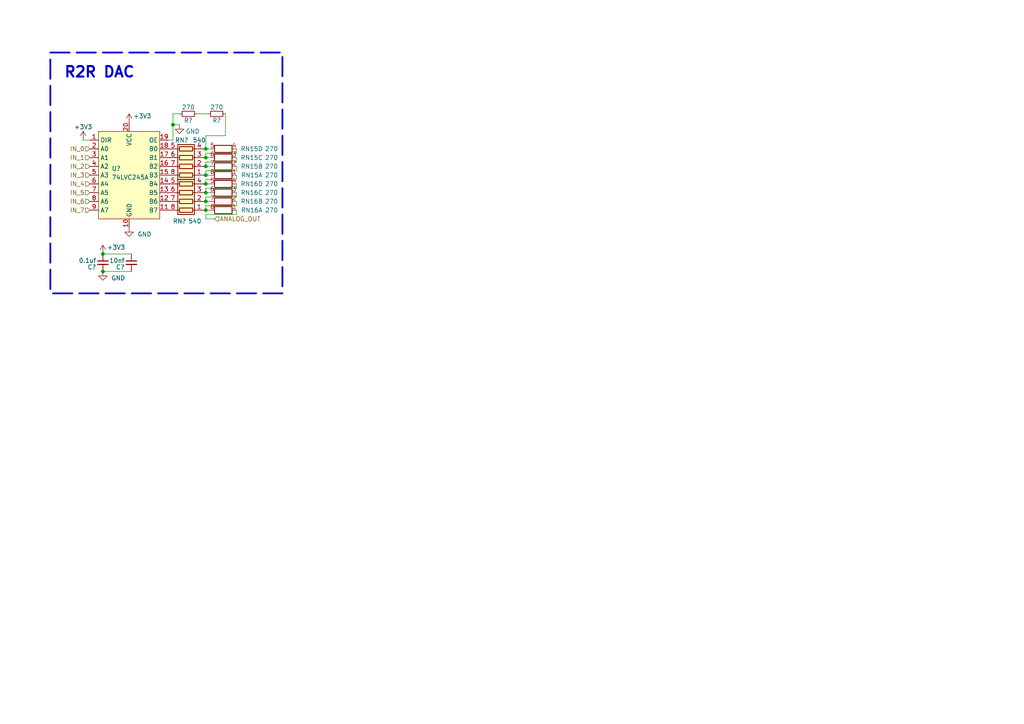
<source format=kicad_sch>
(kicad_sch (version 20250114) (generator "eeschema") (generator_version "9.0")
  (paper "A4")
  (lib_symbols
    (symbol "Device:C_Small" (pin_numbers (hide yes)) (pin_names (offset 0.254) (hide yes))
      (property "Reference" "C" (at 0.254 1.778 0))
      (property "Value" "C_Small" (at 0.254 -2.032 0))
      (symbol "C_Small_0_1"
        (polyline (pts (xy -1.524 0.508) (xy 1.524 0.508)) (stroke (width 0.3048)))
        (polyline (pts (xy -1.524 -0.508) (xy 1.524 -0.508)) (stroke (width 0.3302)))
      )
      (symbol "C_Small_1_1"
        (pin passive line (at 0 2.54 270) (length 2.032) (name "~") (number "1"))
        (pin passive line (at 0 -2.54 90) (length 2.032) (name "~") (number "2"))
      )
    )
    (symbol "Device:R_Pack04" (pin_names (offset 0) (hide yes))
      (property "Reference" "RN" (at -7.62 0 90))
      (property "Value" "R_Pack04" (at 5.08 0 90))
      (symbol "R_Pack04_0_1"
        (rectangle (start -6.35 -2.413) (end 3.81 2.413) (stroke (width 0.254)) (fill (type background)))
        (rectangle (start -5.715 1.905) (end -4.445 -1.905) (stroke (width 0.254)))
        (polyline (pts (xy -5.08 1.905) (xy -5.08 2.54)))
        (polyline (pts (xy -5.08 -2.54) (xy -5.08 -1.905)))
        (rectangle (start -3.175 1.905) (end -1.905 -1.905) (stroke (width 0.254)))
        (polyline (pts (xy -2.54 1.905) (xy -2.54 2.54)))
        (polyline (pts (xy -2.54 -2.54) (xy -2.54 -1.905)))
        (rectangle (start -0.635 1.905) (end 0.635 -1.905) (stroke (width 0.254)))
        (polyline (pts (xy 0 1.905) (xy 0 2.54)))
        (polyline (pts (xy 0 -2.54) (xy 0 -1.905)))
        (rectangle (start 1.905 1.905) (end 3.175 -1.905) (stroke (width 0.254)))
        (polyline (pts (xy 2.54 1.905) (xy 2.54 2.54)))
        (polyline (pts (xy 2.54 -2.54) (xy 2.54 -1.905)))
      )
      (symbol "R_Pack04_1_1"
        (pin passive line (at -5.08 5.08 270) (length 2.54) (name "R1.2") (number "8"))
        (pin passive line (at -5.08 -5.08 90) (length 2.54) (name "R1.1") (number "1"))
        (pin passive line (at -2.54 5.08 270) (length 2.54) (name "R2.2") (number "7"))
        (pin passive line (at -2.54 -5.08 90) (length 2.54) (name "R2.1") (number "2"))
        (pin passive line (at 0 5.08 270) (length 2.54) (name "R3.2") (number "6"))
        (pin passive line (at 0 -5.08 90) (length 2.54) (name "R3.1") (number "3"))
        (pin passive line (at 2.54 5.08 270) (length 2.54) (name "R4.2") (number "5"))
        (pin passive line (at 2.54 -5.08 90) (length 2.54) (name "R4.1") (number "4"))
      )
    )
    (symbol "Device:R_Pack04_Split" (pin_names (offset 0) (hide yes))
      (property "Reference" "RN" (at 2.032 0 90))
      (property "Value" "R_Pack04_Split" (at 0 0 90))
      (symbol "R_Pack04_Split_0_1"
        (rectangle (start 1.016 2.54) (end -1.016 -2.54) (stroke (width 0.254)))
      )
      (symbol "R_Pack04_Split_1_1"
        (pin passive line (at 0 3.81 270) (length 1.27) (name "R1.2") (number "8"))
        (pin passive line (at 0 -3.81 90) (length 1.27) (name "R1.1") (number "1"))
      )
      (symbol "R_Pack04_Split_2_1"
        (pin passive line (at 0 3.81 270) (length 1.27) (name "R2.2") (number "7"))
        (pin passive line (at 0 -3.81 90) (length 1.27) (name "R2.1") (number "2"))
      )
      (symbol "R_Pack04_Split_3_1"
        (pin passive line (at 0 3.81 270) (length 1.27) (name "R3.2") (number "6"))
        (pin passive line (at 0 -3.81 90) (length 1.27) (name "R3.1") (number "3"))
      )
      (symbol "R_Pack04_Split_4_1"
        (pin passive line (at 0 3.81 270) (length 1.27) (name "R4.2") (number "5"))
        (pin passive line (at 0 -3.81 90) (length 1.27) (name "R4.1") (number "4"))
      )
    )
    (symbol "Device:R_Small" (pin_numbers (hide yes)) (pin_names (offset 0.254) (hide yes))
      (property "Reference" "R" (at 0.762 0.508 0))
      (property "Value" "R_Small" (at 0.762 -1.016 0))
      (symbol "R_Small_0_1"
        (rectangle (start -0.762 1.778) (end 0.762 -1.778) (stroke (width 0.2032)))
      )
      (symbol "R_Small_1_1"
        (pin passive line (at 0 2.54 270) (length 0.762) (name "~") (number "1"))
        (pin passive line (at 0 -2.54 90) (length 0.762) (name "~") (number "2"))
      )
    )
    (symbol "New_Library:74LVC245A"
      (property "Reference" "U" (at 0 1.27 0))
      (property "Value" "74LVC245A" (at 0 -2.54 0))
      (symbol "74LVC245A_1_0"
        (pin input line (at -11.43 5.08 0) (length 2.54) (name "A1") (number "3"))
        (pin input line (at 11.43 5.08 180) (length 2.54) (name "B1") (number "17"))
      )
      (symbol "74LVC245A_1_1"
        (rectangle (start -8.89 12.7) (end 8.89 -12.7) (fill (type background)))
        (pin input line (at -11.43 10.16 0) (length 2.54) (name "DIR") (number "1"))
        (pin input line (at -11.43 7.62 0) (length 2.54) (name "A0") (number "2"))
        (pin input line (at -11.43 2.54 0) (length 2.54) (name "A2") (number "4"))
        (pin input line (at -11.43 0 0) (length 2.54) (name "A3") (number "5"))
        (pin input line (at -11.43 -2.54 0) (length 2.54) (name "A4") (number "6"))
        (pin input line (at -11.43 -5.08 0) (length 2.54) (name "A5") (number "7"))
        (pin input line (at -11.43 -7.62 0) (length 2.54) (name "A6") (number "8"))
        (pin input line (at -11.43 -10.16 0) (length 2.54) (name "A7") (number "9"))
        (pin input line (at 0 15.24 270) (length 2.54) (name "VCC") (number "20"))
        (pin input line (at 0 -15.24 90) (length 2.54) (name "GND") (number "10"))
        (pin input line (at 11.43 10.16 180) (length 2.54) (name "OE") (number "19"))
        (pin input line (at 11.43 7.62 180) (length 2.54) (name "B0") (number "18"))
        (pin input line (at 11.43 2.54 180) (length 2.54) (name "B2") (number "16"))
        (pin input line (at 11.43 0 180) (length 2.54) (name "B3") (number "15"))
        (pin input line (at 11.43 -2.54 180) (length 2.54) (name "B4") (number "14"))
        (pin input line (at 11.43 -5.08 180) (length 2.54) (name "B5") (number "13"))
        (pin input line (at 11.43 -7.62 180) (length 2.54) (name "B6") (number "12"))
        (pin input line (at 11.43 -10.16 180) (length 2.54) (name "B7") (number "11"))
      )
    )
    (symbol "power:+3V3" (power) (pin_names (offset 0))
      (property "Value" "+3V3" (at 0 3.556 0))
      (symbol "+3V3_0_1"
        (polyline (pts (xy -0.762 1.27) (xy 0 2.54)))
        (polyline (pts (xy 0 2.54) (xy 0.762 1.27)))
        (polyline (pts (xy 0 0) (xy 0 2.54)))
      )
      (symbol "+3V3_1_1"
        (pin power_in line (at 0 0 90) (length 0) (hide yes) (name "+3V3") (number "1"))
      )
    )
    (symbol "power:GND" (power) (pin_names (offset 0))
      (property "Value" "GND" (at 0 -3.81 0))
      (symbol "GND_0_1"
        (polyline (pts (xy 0 0) (xy 0 -1.27) (xy 1.27 -1.27) (xy 0 -2.54) (xy -1.27 -1.27) (xy 0 -1.27)))
      )
      (symbol "GND_1_1"
        (pin power_in line (at 0 0 270) (length 0) (hide yes) (name "GND") (number "1"))
      )
    )
  )
  (rectangle (start 14.605 15.24) (end 81.915 85.09) (stroke (width 0.508) (type dash)))
  (text "R2R DAC" (at 18.415 22.86 0) (effects (font (size 3.048 3.048) (thickness 0.6096) (bold yes)) (justify left bottom)))
  (junction (at 29.845 78.74))
  (junction (at 50.165 36.195))
  (junction (at 59.69 43.18))
  (junction (at 59.69 58.42))
  (junction (at 29.845 73.66))
  (junction (at 59.69 50.8))
  (junction (at 59.69 53.34))
  (junction (at 59.69 48.26))
  (junction (at 59.69 45.72))
  (junction (at 59.69 55.88))
  (junction (at 59.69 60.96))
  (wire (pts (xy 59.69 62.23) (xy 59.69 63.5)))
  (wire (pts (xy 68.58 52.07) (xy 59.69 52.07)))
  (wire (pts (xy 59.69 48.26) (xy 60.96 48.26)))
  (wire (pts (xy 59.055 50.8) (xy 59.69 50.8)))
  (wire (pts (xy 24.13 40.64) (xy 26.035 40.64)))
  (wire (pts (xy 68.58 55.88) (xy 68.58 57.15)))
  (wire (pts (xy 68.58 48.26) (xy 68.58 49.53)))
  (wire (pts (xy 68.58 54.61) (xy 59.69 54.61)))
  (wire (pts (xy 68.58 58.42) (xy 68.58 59.69)))
  (wire (pts (xy 59.69 54.61) (xy 59.69 55.88)))
  (wire (pts (xy 68.58 62.23) (xy 59.69 62.23)))
  (wire (pts (xy 59.69 46.99) (xy 59.69 48.26)))
  (wire (pts (xy 50.165 33.02) (xy 50.165 36.195)))
  (wire (pts (xy 48.895 40.64) (xy 50.165 40.64)))
  (wire (pts (xy 59.055 55.88) (xy 59.69 55.88)))
  (wire (pts (xy 59.69 39.37) (xy 59.69 43.18)))
  (wire (pts (xy 50.165 36.195) (xy 52.07 36.195)))
  (wire (pts (xy 59.69 44.45) (xy 59.69 45.72)))
  (wire (pts (xy 29.845 78.74) (xy 38.1 78.74)))
  (wire (pts (xy 68.58 49.53) (xy 59.69 49.53)))
  (wire (pts (xy 50.165 33.02) (xy 52.07 33.02)))
  (wire (pts (xy 29.845 73.66) (xy 38.1 73.66)))
  (wire (pts (xy 59.69 60.96) (xy 60.96 60.96)))
  (wire (pts (xy 68.58 59.69) (xy 59.69 59.69)))
  (wire (pts (xy 57.15 33.02) (xy 60.325 33.02)))
  (wire (pts (xy 59.69 59.69) (xy 59.69 60.96)))
  (wire (pts (xy 59.055 60.96) (xy 59.69 60.96)))
  (wire (pts (xy 59.69 45.72) (xy 60.96 45.72)))
  (wire (pts (xy 59.69 58.42) (xy 60.96 58.42)))
  (wire (pts (xy 59.69 49.53) (xy 59.69 50.8)))
  (wire (pts (xy 65.405 33.02) (xy 65.405 39.37)))
  (wire (pts (xy 59.69 55.88) (xy 60.96 55.88)))
  (wire (pts (xy 68.58 53.34) (xy 68.58 54.61)))
  (wire (pts (xy 68.58 44.45) (xy 59.69 44.45)))
  (wire (pts (xy 59.69 63.5) (xy 62.23 63.5)))
  (wire (pts (xy 59.055 48.26) (xy 59.69 48.26)))
  (wire (pts (xy 59.69 53.34) (xy 60.96 53.34)))
  (wire (pts (xy 68.58 50.8) (xy 68.58 52.07)))
  (wire (pts (xy 68.58 60.96) (xy 68.58 62.23)))
  (wire (pts (xy 68.58 43.18) (xy 68.58 44.45)))
  (wire (pts (xy 65.405 39.37) (xy 59.69 39.37)))
  (wire (pts (xy 59.69 50.8) (xy 60.96 50.8)))
  (wire (pts (xy 68.58 46.99) (xy 59.69 46.99)))
  (wire (pts (xy 59.69 57.15) (xy 59.69 58.42)))
  (wire (pts (xy 59.69 52.07) (xy 59.69 53.34)))
  (wire (pts (xy 59.055 53.34) (xy 59.69 53.34)))
  (wire (pts (xy 59.055 58.42) (xy 59.69 58.42)))
  (wire (pts (xy 59.055 43.18) (xy 59.69 43.18)))
  (wire (pts (xy 68.58 57.15) (xy 59.69 57.15)))
  (wire (pts (xy 59.055 45.72) (xy 59.69 45.72)))
  (wire (pts (xy 68.58 45.72) (xy 68.58 46.99)))
  (wire (pts (xy 59.69 43.18) (xy 60.96 43.18)))
  (wire (pts (xy 50.165 40.64) (xy 50.165 36.195)))
  (hierarchical_label "IN_2" (shape input) (at 26.035 48.26 180))
  (hierarchical_label "IN_0" (shape input) (at 26.035 43.18 180))
  (hierarchical_label "IN_5" (shape input) (at 26.035 55.88 180))
  (hierarchical_label "IN_6" (shape input) (at 26.035 58.42 180))
  (hierarchical_label "IN_7" (shape input) (at 26.035 60.96 180))
  (hierarchical_label "ANALOG_OUT" (shape input) (at 62.23 63.5 0))
  (hierarchical_label "IN_1" (shape input) (at 26.035 45.72 180))
  (hierarchical_label "IN_3" (shape input) (at 26.035 50.8 180))
  (hierarchical_label "IN_4" (shape input) (at 26.035 53.34 180))
  (symbol (lib_id "Device:R_Pack04") (at 53.975 45.72 90) (unit 1)
    (property "Reference" "RN?" (at 52.705 40.64 90))
    (property "Value" "540" (at 57.785 40.64 90))
    (property "Footprint" "Resistor_SMD:R_Array_Convex_4x0603" (effects (hide yes)))
    (property "Description" "4 resistor network, parallel topology" (effects (hide yes)))
  )
  (symbol (lib_id "Device:R_Small") (at 54.61 33.02 90) (unit 1)
    (property "Reference" "R?" (at 54.61 34.925 90))
    (property "Value" "270" (at 54.61 31.115 90))
    (property "Footprint" "Resistor_SMD:R_0603_1608Metric" (effects (hide yes)))
    (property "Description" "Resistor, small symbol" (effects (hide yes)))
  )
  (symbol (lib_id "Device:R_Pack04_Split") (at 64.77 53.34 90) (mirror x) (unit 4)
    (property "Reference" "RN8" (at 73.025 53.34 90))
    (property "Value" "270" (at 78.74 53.34 90))
    (property "Footprint" "Resistor_SMD:R_Array_Convex_4x0603" (effects (hide yes)))
    (property "Description" "4 resistor network, parallel topology, split" (effects (hide yes)))
    (instances (project "QMTECH_XC7A100T-Expantion-Board" (path "" (reference "RN16") (unit 4)) (path "" (reference "RN12") (unit 4)) (path "" (reference "RN8") (unit 4))))
  )
  (symbol (lib_id "Device:R_Pack04_Split") (at 64.77 58.42 90) (unit 2)
    (property "Reference" "RN8" (at 73.025 58.42 90))
    (property "Value" "270" (at 78.74 58.42 90))
    (property "Footprint" "Resistor_SMD:R_Array_Convex_4x0603" (effects (hide yes)))
    (property "Description" "4 resistor network, parallel topology, split" (effects (hide yes)))
    (instances (project "QMTECH_XC7A100T-Expantion-Board" (path "" (reference "RN16") (unit 2)) (path "" (reference "RN12") (unit 2)) (path "" (reference "RN8") (unit 2))))
  )
  (symbol (lib_id "Device:R_Pack04_Split") (at 64.77 48.26 90) (unit 2)
    (property "Reference" "RN7" (at 73.025 48.26 90))
    (property "Value" "270" (at 78.74 48.26 90))
    (property "Footprint" "Resistor_SMD:R_Array_Convex_4x0603" (effects (hide yes)))
    (property "Description" "4 resistor network, parallel topology, split" (effects (hide yes)))
    (instances (project "QMTECH_XC7A100T-Expantion-Board" (path "" (reference "RN15") (unit 2)) (path "" (reference "RN11") (unit 2)) (path "" (reference "RN7") (unit 2))))
  )
  (symbol (lib_id "power:+3V3") (at 37.465 35.56 0) (unit 1)
    (property "Reference" "#PWR?" (effects (hide yes)))
    (property "Value" "+3V3" (at 41.275 33.655 0))
    (property "Description" "Power symbol creates a global label with name \"+3V3\"" (effects (hide yes)))
  )
  (symbol (lib_id "power:GND") (at 37.465 66.04 0) (unit 1)
    (property "Reference" "#PWR?" (effects (hide yes)))
    (property "Value" "GND" (at 41.91 67.945 0))
    (property "Description" "Power symbol creates a global label with name \"GND\" , ground" (effects (hide yes)))
  )
  (symbol (lib_id "Device:C_Small") (at 38.1 76.2 0) (unit 1)
    (property "Reference" "C?" (at 36.195 77.47 0) (effects (justify right)))
    (property "Value" "10nf" (at 36.195 75.565 0) (effects (justify right)))
    (property "Footprint" "Capacitor_SMD:C_0603_1608Metric" (effects (hide yes)))
    (property "Description" "Unpolarized capacitor, small symbol" (effects (hide yes)))
  )
  (symbol (lib_id "power:+3V3") (at 24.13 40.64 0) (unit 1)
    (property "Reference" "#PWR?" (effects (hide yes)))
    (property "Value" "+3V3" (at 24.13 36.83 0))
    (property "Description" "Power symbol creates a global label with name \"+3V3\"" (effects (hide yes)))
  )
  (symbol (lib_id "power:+3V3") (at 29.845 73.66 0) (unit 1)
    (property "Reference" "#PWR?" (effects (hide yes)))
    (property "Value" "+3V3" (at 33.655 71.755 0))
    (property "Description" "Power symbol creates a global label with name \"+3V3\"" (effects (hide yes)))
  )
  (symbol (lib_id "New_Library:74LVC245A") (at 37.465 50.8 0) (unit 1)
    (property "Reference" "U?" (at 32.385 48.895 0) (effects (justify left)))
    (property "Value" "74LVC245A" (at 32.385 51.435 0) (effects (justify left)))
    (property "Footprint" "Package_SO:TSSOP-20_4.4x6.5mm_P0.65mm" (effects (hide yes)))
  )
  (symbol (lib_id "Device:R_Pack04_Split") (at 64.77 60.96 90) (unit 1)
    (property "Reference" "RN8" (at 73.025 60.96 90))
    (property "Value" "270" (at 78.74 60.96 90))
    (property "Footprint" "Resistor_SMD:R_Array_Convex_4x0603" (effects (hide yes)))
    (property "Description" "4 resistor network, parallel topology, split" (effects (hide yes)))
    (instances (project "QMTECH_XC7A100T-Expantion-Board" (path "" (reference "RN16") (unit 1)) (path "" (reference "RN12") (unit 1)) (path "" (reference "RN8") (unit 1))))
  )
  (symbol (lib_id "Device:C_Small") (at 29.845 76.2 0) (unit 1)
    (property "Reference" "C?" (at 27.94 77.47 0) (effects (justify right)))
    (property "Value" "0.1uf" (at 27.94 75.565 0) (effects (justify right)))
    (property "Footprint" "Capacitor_SMD:C_0603_1608Metric" (effects (hide yes)))
    (property "Description" "Unpolarized capacitor, small symbol" (effects (hide yes)))
  )
  (symbol (lib_id "Device:R_Pack04_Split") (at 64.77 45.72 90) (unit 3)
    (property "Reference" "RN7" (at 73.025 45.72 90))
    (property "Value" "270" (at 78.74 45.72 90))
    (property "Footprint" "Resistor_SMD:R_Array_Convex_4x0603" (effects (hide yes)))
    (property "Description" "4 resistor network, parallel topology, split" (effects (hide yes)))
    (instances (project "QMTECH_XC7A100T-Expantion-Board" (path "" (reference "RN15") (unit 3)) (path "" (reference "RN11") (unit 3)) (path "" (reference "RN7") (unit 3))))
  )
  (symbol (lib_id "Device:R_Pack04_Split") (at 64.77 55.88 90) (unit 3)
    (property "Reference" "RN8" (at 73.025 55.88 90))
    (property "Value" "270" (at 78.74 55.88 90))
    (property "Footprint" "Resistor_SMD:R_Array_Convex_4x0603" (effects (hide yes)))
    (property "Description" "4 resistor network, parallel topology, split" (effects (hide yes)))
    (instances (project "QMTECH_XC7A100T-Expantion-Board" (path "" (reference "RN16") (unit 3)) (path "" (reference "RN12") (unit 3)) (path "" (reference "RN8") (unit 3))))
  )
  (symbol (lib_id "power:GND") (at 29.845 78.74 0) (unit 1)
    (property "Reference" "#PWR?" (effects (hide yes)))
    (property "Value" "GND" (at 34.29 80.645 0))
    (property "Description" "Power symbol creates a global label with name \"GND\" , ground" (effects (hide yes)))
  )
  (symbol (lib_id "Device:R_Small") (at 62.865 33.02 90) (unit 1)
    (property "Reference" "R?" (at 62.865 34.925 90))
    (property "Value" "270" (at 62.865 31.115 90))
    (property "Footprint" "Resistor_SMD:R_0603_1608Metric" (effects (hide yes)))
    (property "Description" "Resistor, small symbol" (effects (hide yes)))
  )
  (symbol (lib_id "power:GND") (at 52.07 36.195 0) (unit 1)
    (property "Reference" "#PWR?" (effects (hide yes)))
    (property "Value" "GND" (at 55.88 38.1 0))
    (property "Description" "Power symbol creates a global label with name \"GND\" , ground" (effects (hide yes)))
  )
  (symbol (lib_id "Device:R_Pack04_Split") (at 64.77 50.8 90) (unit 1)
    (property "Reference" "RN7" (at 73.025 50.8 90))
    (property "Value" "270" (at 78.74 50.8 90))
    (property "Footprint" "Resistor_SMD:R_Array_Convex_4x0603" (effects (hide yes)))
    (property "Description" "4 resistor network, parallel topology, split" (effects (hide yes)))
    (instances (project "QMTECH_XC7A100T-Expantion-Board" (path "" (reference "RN15") (unit 1)) (path "" (reference "RN11") (unit 1)) (path "" (reference "RN7") (unit 1))))
  )
  (symbol (lib_id "Device:R_Pack04") (at 53.975 55.88 90) (unit 1)
    (property "Reference" "RN?" (at 52.07 64.135 90))
    (property "Value" "540" (at 56.515 64.135 90))
    (property "Footprint" "Resistor_SMD:R_Array_Convex_4x0603" (effects (hide yes)))
    (property "Description" "4 resistor network, parallel topology" (effects (hide yes)))
  )
  (symbol (lib_id "Device:R_Pack04_Split") (at 64.77 43.18 90) (mirror x) (unit 4)
    (property "Reference" "RN7" (at 73.025 43.18 90))
    (property "Value" "270" (at 78.74 43.18 90))
    (property "Footprint" "Resistor_SMD:R_Array_Convex_4x0603" (effects (hide yes)))
    (property "Description" "4 resistor network, parallel topology, split" (effects (hide yes)))
    (instances (project "QMTECH_XC7A100T-Expantion-Board" (path "" (reference "RN15") (unit 4)) (path "" (reference "RN11") (unit 4)) (path "" (reference "RN7") (unit 4))))
  )
)
</source>
